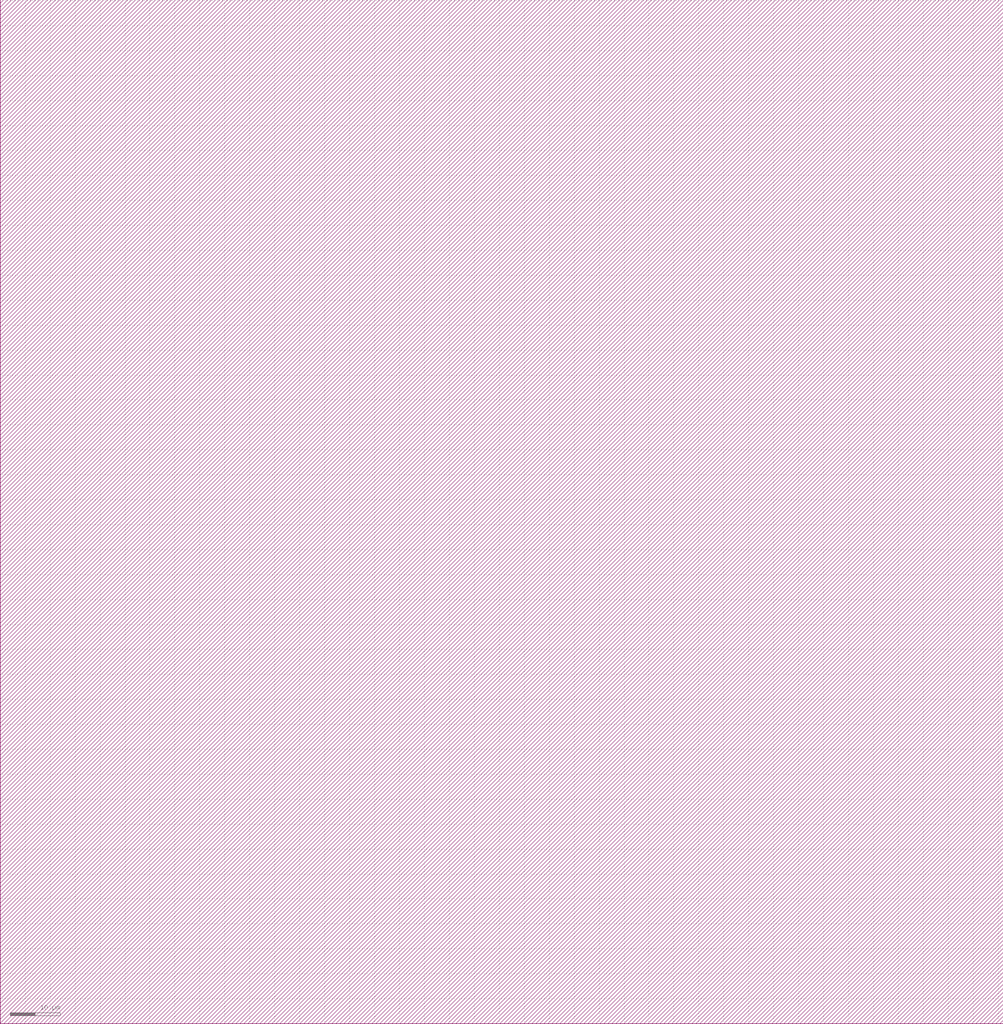
<source format=lef>
VERSION 5.6 ;

BUSBITCHARS "[]" ;

DIVIDERCHAR "/" ;

UNITS
    DATABASE MICRONS 1000 ;
END UNITS

MANUFACTURINGGRID 0.005000 ; 

CLEARANCEMEASURE EUCLIDEAN ; 

USEMINSPACING OBS ON ; 

SITE CoreSite
    CLASS CORE ;
    SIZE 0.600000 BY 0.300000 ;
END CoreSite

LAYER li1
   TYPE ROUTING ;
   DIRECTION VERTICAL ;
   MINWIDTH 0.300000 ;
   AREA 0.056250 ;
   WIDTH 0.300000 ;
   SPACINGTABLE
      PARALLELRUNLENGTH 0.0
      WIDTH 0.0 0.225000 ;
   PITCH 0.600000 0.600000 ;
END li1

LAYER mcon
    TYPE CUT ;
    SPACING 0.225000 ;
    WIDTH 0.300000 ;
    ENCLOSURE ABOVE 0.075000 0.075000 ;
    ENCLOSURE BELOW 0.000000 0.000000 ;
END mcon

LAYER met1
   TYPE ROUTING ;
   DIRECTION HORIZONTAL ;
   MINWIDTH 0.150000 ;
   AREA 0.084375 ;
   WIDTH 0.150000 ;
   SPACINGTABLE
      PARALLELRUNLENGTH 0.0
      WIDTH 0.0 0.150000 ;
   PITCH 0.300000 0.300000 ;
END met1

LAYER v1
    TYPE CUT ;
    SPACING 0.075000 ;
    WIDTH 0.300000 ;
    ENCLOSURE ABOVE 0.075000 0.075000 ;
    ENCLOSURE BELOW 0.075000 0.075000 ;
END v1

LAYER met2
   TYPE ROUTING ;
   DIRECTION VERTICAL ;
   MINWIDTH 0.150000 ;
   AREA 0.073125 ;
   WIDTH 0.150000 ;
   SPACINGTABLE
      PARALLELRUNLENGTH 0.0
      WIDTH 0.0 0.150000 ;
   PITCH 0.300000 0.300000 ;
END met2

LAYER v2
    TYPE CUT ;
    SPACING 0.150000 ;
    WIDTH 0.300000 ;
    ENCLOSURE ABOVE 0.075000 0.075000 ;
    ENCLOSURE BELOW 0.075000 0.000000 ;
END v2

LAYER met3
   TYPE ROUTING ;
   DIRECTION HORIZONTAL ;
   MINWIDTH 0.300000 ;
   AREA 0.241875 ;
   WIDTH 0.300000 ;
   SPACINGTABLE
      PARALLELRUNLENGTH 0.0
      WIDTH 0.0 0.300000 ;
   PITCH 0.600000 0.600000 ;
END met3

LAYER v3
    TYPE CUT ;
    SPACING 0.150000 ;
    WIDTH 0.450000 ;
    ENCLOSURE ABOVE 0.075000 0.075000 ;
    ENCLOSURE BELOW 0.075000 0.000000 ;
END v3

LAYER met4
   TYPE ROUTING ;
   DIRECTION VERTICAL ;
   MINWIDTH 0.300000 ;
   AREA 0.241875 ;
   WIDTH 0.300000 ;
   SPACINGTABLE
      PARALLELRUNLENGTH 0.0
      WIDTH 0.0 0.300000 ;
   PITCH 0.600000 0.600000 ;
END met4

LAYER v4
    TYPE CUT ;
    SPACING 0.450000 ;
    WIDTH 1.200000 ;
    ENCLOSURE ABOVE 0.150000 0.150000 ;
    ENCLOSURE BELOW 0.000000 0.000000 ;
END v4

LAYER met5
   TYPE ROUTING ;
   DIRECTION HORIZONTAL ;
   MINWIDTH 1.650000 ;
   AREA 4.005000 ;
   WIDTH 1.650000 ;
   SPACINGTABLE
      PARALLELRUNLENGTH 0.0
      WIDTH 0.0 1.650000 ;
   PITCH 3.300000 3.300000 ;
END met5

LAYER OVERLAP
   TYPE OVERLAP ;
END OVERLAP

VIA mcon_C DEFAULT
   LAYER li1 ;
     RECT -0.150000 -0.150000 0.150000 0.150000 ;
   LAYER mcon ;
     RECT -0.150000 -0.150000 0.150000 0.150000 ;
   LAYER met1 ;
     RECT -0.225000 -0.225000 0.225000 0.225000 ;
END mcon_C

VIA v1_C DEFAULT
   LAYER met1 ;
     RECT -0.225000 -0.225000 0.225000 0.225000 ;
   LAYER v1 ;
     RECT -0.150000 -0.150000 0.150000 0.150000 ;
   LAYER met2 ;
     RECT -0.225000 -0.225000 0.225000 0.225000 ;
END v1_C

VIA v2_C DEFAULT
   LAYER met2 ;
     RECT -0.150000 -0.225000 0.150000 0.225000 ;
   LAYER v2 ;
     RECT -0.150000 -0.150000 0.150000 0.150000 ;
   LAYER met3 ;
     RECT -0.225000 -0.225000 0.225000 0.225000 ;
END v2_C

VIA v2_Ch
   LAYER met2 ;
     RECT -0.225000 -0.150000 0.225000 0.150000 ;
   LAYER v2 ;
     RECT -0.150000 -0.150000 0.150000 0.150000 ;
   LAYER met3 ;
     RECT -0.225000 -0.225000 0.225000 0.225000 ;
END v2_Ch

VIA v2_Cv
   LAYER met2 ;
     RECT -0.150000 -0.225000 0.150000 0.225000 ;
   LAYER v2 ;
     RECT -0.150000 -0.150000 0.150000 0.150000 ;
   LAYER met3 ;
     RECT -0.225000 -0.225000 0.225000 0.225000 ;
END v2_Cv

VIA v3_C DEFAULT
   LAYER met3 ;
     RECT -0.300000 -0.225000 0.300000 0.225000 ;
   LAYER v3 ;
     RECT -0.225000 -0.225000 0.225000 0.225000 ;
   LAYER met4 ;
     RECT -0.300000 -0.300000 0.300000 0.300000 ;
END v3_C

VIA v3_Ch
   LAYER met3 ;
     RECT -0.300000 -0.225000 0.300000 0.225000 ;
   LAYER v3 ;
     RECT -0.225000 -0.225000 0.225000 0.225000 ;
   LAYER met4 ;
     RECT -0.300000 -0.300000 0.300000 0.300000 ;
END v3_Ch

VIA v3_Cv
   LAYER met3 ;
     RECT -0.300000 -0.225000 0.300000 0.225000 ;
   LAYER v3 ;
     RECT -0.225000 -0.225000 0.225000 0.225000 ;
   LAYER met4 ;
     RECT -0.300000 -0.300000 0.300000 0.300000 ;
END v3_Cv

VIA v4_C DEFAULT
   LAYER met4 ;
     RECT -0.600000 -0.600000 0.600000 0.600000 ;
   LAYER v4 ;
     RECT -0.600000 -0.600000 0.600000 0.600000 ;
   LAYER met5 ;
     RECT -0.750000 -0.750000 0.750000 0.750000 ;
END v4_C

MACRO _0_0std_0_0cells_0_0NOR2X2
    CLASS CORE ;
    FOREIGN _0_0std_0_0cells_0_0NOR2X2 0.000000 0.000000 ;
    ORIGIN 0.000000 0.000000 ;
    SIZE 3.000000 BY 5.100000 ;
    SYMMETRY X Y ;
    SITE CoreSite ;
    PIN A
        DIRECTION INPUT ;
        USE SIGNAL ;
        PORT
        LAYER li1 ;
        RECT 0.450000 4.800000 0.825000 4.950000 ;
        RECT 0.450000 4.575000 0.525000 4.800000 ;
        RECT 0.450000 4.500000 0.825000 4.575000 ;
        RECT 0.525000 4.575000 0.750000 4.800000 ;
        RECT 0.750000 4.575000 0.825000 4.800000 ;
        END
        ANTENNAGATEAREA 0.450000 ;
    END A
    PIN B
        DIRECTION INPUT ;
        USE SIGNAL ;
        PORT
        LAYER li1 ;
        RECT 1.350000 4.800000 1.725000 4.950000 ;
        RECT 1.350000 4.575000 1.425000 4.800000 ;
        RECT 1.350000 4.500000 1.725000 4.575000 ;
        RECT 1.425000 4.575000 1.650000 4.800000 ;
        RECT 1.650000 4.575000 1.725000 4.800000 ;
        END
        ANTENNAGATEAREA 0.450000 ;
    END B
    PIN Y
        DIRECTION OUTPUT ;
        USE SIGNAL ;
        PORT
        LAYER li1 ;
        RECT 0.600000 0.300000 1.425000 0.525000 ;
        RECT 0.600000 0.225000 0.900000 0.300000 ;
        RECT 1.200000 0.525000 1.425000 1.050000 ;
        RECT 1.200000 1.650000 1.950000 1.875000 ;
        RECT 1.200000 1.275000 1.425000 1.650000 ;
        RECT 1.200000 1.050000 1.425000 1.275000 ;
        RECT 1.725000 2.475000 1.950000 2.550000 ;
        RECT 1.725000 2.250000 1.950000 2.475000 ;
        RECT 1.725000 1.875000 1.950000 2.250000 ;
        END
        ANTENNADIFFAREA 1.125000 ;
    END Y
    PIN Vdd
        DIRECTION INPUT ;
        USE POWER ;
        PORT
        LAYER li1 ;
        RECT 0.600000 3.225000 0.975000 3.300000 ;
        RECT 0.600000 3.000000 0.675000 3.225000 ;
        RECT 0.600000 2.925000 0.975000 3.000000 ;
        RECT 0.675000 3.000000 0.900000 3.225000 ;
        RECT 0.900000 3.000000 0.975000 3.225000 ;
        RECT 1.875000 3.225000 2.250000 3.375000 ;
        RECT 1.875000 3.000000 1.950000 3.225000 ;
        RECT 1.875000 2.925000 2.250000 3.000000 ;
        RECT 1.950000 3.375000 2.250000 4.950000 ;
        RECT 1.950000 3.000000 2.175000 3.225000 ;
        RECT 2.175000 3.000000 2.250000 3.225000 ;
        LAYER mcon ;
        RECT 0.675000 3.000000 0.900000 3.225000 ;
        RECT 1.950000 3.000000 2.175000 3.225000 ;
        LAYER met1 ;
        RECT 0.600000 3.225000 2.250000 3.300000 ;
        RECT 0.600000 3.000000 0.675000 3.225000 ;
        RECT 0.600000 2.925000 2.250000 3.000000 ;
        RECT 0.675000 3.000000 0.900000 3.225000 ;
        RECT 0.900000 3.000000 1.950000 3.225000 ;
        RECT 1.950000 3.000000 2.175000 3.225000 ;
        RECT 2.175000 3.000000 2.250000 3.225000 ;
        END
        ANTENNADIFFAREA 0.843750 ;
    END Vdd
    PIN GND
        DIRECTION INPUT ;
        USE GROUND ;
        PORT
        LAYER li1 ;
        RECT 0.600000 1.275000 0.975000 1.350000 ;
        RECT 0.600000 1.050000 0.675000 1.275000 ;
        RECT 0.600000 0.975000 0.975000 1.050000 ;
        RECT 0.675000 1.050000 0.900000 1.275000 ;
        RECT 0.900000 1.050000 0.975000 1.275000 ;
        RECT 1.650000 0.975000 2.700000 1.050000 ;
        RECT 1.650000 1.275000 2.700000 1.350000 ;
        RECT 1.650000 1.050000 1.725000 1.275000 ;
        RECT 1.725000 1.050000 1.950000 1.275000 ;
        RECT 1.950000 1.050000 2.700000 1.275000 ;
        RECT 2.475000 1.350000 2.700000 4.950000 ;
        LAYER mcon ;
        RECT 0.675000 1.050000 0.900000 1.275000 ;
        RECT 1.725000 1.050000 1.950000 1.275000 ;
        LAYER met1 ;
        RECT 0.600000 1.275000 2.025000 1.350000 ;
        RECT 0.600000 1.050000 0.675000 1.275000 ;
        RECT 0.600000 0.975000 2.025000 1.050000 ;
        RECT 0.675000 1.050000 0.900000 1.275000 ;
        RECT 0.900000 1.050000 1.725000 1.275000 ;
        RECT 1.725000 1.050000 1.950000 1.275000 ;
        RECT 1.950000 1.050000 2.025000 1.275000 ;
        END
        ANTENNADIFFAREA 0.562500 ;
    END GND
END _0_0std_0_0cells_0_0NOR2X2

MACRO welltap_svt
    CLASS CORE WELLTAP ;
    FOREIGN welltap_svt 0.000000 0.000000 ;
    ORIGIN 0.000000 0.000000 ;
    SIZE 1.200000 BY 2.100000 ;
    SYMMETRY X Y ;
    SITE CoreSite ;
    PIN Vdd
        DIRECTION INPUT ;
        USE POWER ;
        PORT
        LAYER li1 ;
        RECT 0.600000 1.500000 0.900000 1.800000 ;
        END
    END Vdd
    PIN GND
        DIRECTION INPUT ;
        USE GROUND ;
        PORT
        LAYER li1 ;
        RECT 0.600000 0.300000 0.900000 0.600000 ;
        END
    END GND
END welltap_svt

MACRO circuitppnp
   CLASS CORE ;
   FOREIGN circuitppnp 0.000000 0.000000 ;
   ORIGIN 0.000000 0.000000 ; 
   SIZE 201.000000 BY 205.200000 ; 
   SYMMETRY X Y ;
   SITE CoreSite ;
END circuitppnp

MACRO circuitwell
   CLASS CORE ;
   FOREIGN circuitwell 0.000000 0.000000 ;
   ORIGIN 0.000000 0.000000 ; 
   SIZE 201.000000 BY 205.200000 ; 
   SYMMETRY X Y ;
   SITE CoreSite ;
END circuitwell


</source>
